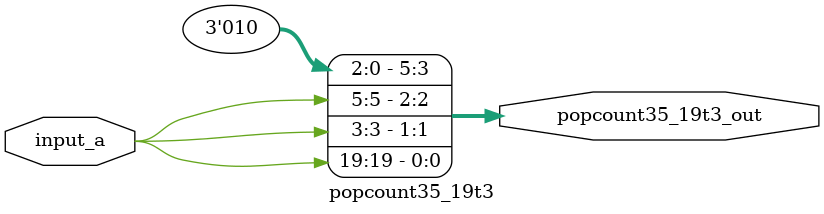
<source format=v>

module popcount35_19t3(input [34:0] input_a, output [5:0] popcount35_19t3_out);
  wire popcount35_19t3_core_037;
  wire popcount35_19t3_core_038;
  wire popcount35_19t3_core_039;
  wire popcount35_19t3_core_040;
  wire popcount35_19t3_core_041;
  wire popcount35_19t3_core_042;
  wire popcount35_19t3_core_043_not;
  wire popcount35_19t3_core_044;
  wire popcount35_19t3_core_047;
  wire popcount35_19t3_core_049;
  wire popcount35_19t3_core_050;
  wire popcount35_19t3_core_051;
  wire popcount35_19t3_core_052;
  wire popcount35_19t3_core_055;
  wire popcount35_19t3_core_057;
  wire popcount35_19t3_core_060;
  wire popcount35_19t3_core_061;
  wire popcount35_19t3_core_065;
  wire popcount35_19t3_core_066;
  wire popcount35_19t3_core_067;
  wire popcount35_19t3_core_069;
  wire popcount35_19t3_core_070;
  wire popcount35_19t3_core_071;
  wire popcount35_19t3_core_073;
  wire popcount35_19t3_core_074_not;
  wire popcount35_19t3_core_075;
  wire popcount35_19t3_core_076;
  wire popcount35_19t3_core_077;
  wire popcount35_19t3_core_079;
  wire popcount35_19t3_core_082;
  wire popcount35_19t3_core_083;
  wire popcount35_19t3_core_085;
  wire popcount35_19t3_core_089;
  wire popcount35_19t3_core_090;
  wire popcount35_19t3_core_091;
  wire popcount35_19t3_core_093;
  wire popcount35_19t3_core_094;
  wire popcount35_19t3_core_095;
  wire popcount35_19t3_core_096;
  wire popcount35_19t3_core_097;
  wire popcount35_19t3_core_103;
  wire popcount35_19t3_core_104;
  wire popcount35_19t3_core_105;
  wire popcount35_19t3_core_106;
  wire popcount35_19t3_core_107;
  wire popcount35_19t3_core_108;
  wire popcount35_19t3_core_109_not;
  wire popcount35_19t3_core_110;
  wire popcount35_19t3_core_111;
  wire popcount35_19t3_core_112;
  wire popcount35_19t3_core_113;
  wire popcount35_19t3_core_114;
  wire popcount35_19t3_core_117;
  wire popcount35_19t3_core_118;
  wire popcount35_19t3_core_119;
  wire popcount35_19t3_core_120;
  wire popcount35_19t3_core_121;
  wire popcount35_19t3_core_122;
  wire popcount35_19t3_core_123;
  wire popcount35_19t3_core_124;
  wire popcount35_19t3_core_125;
  wire popcount35_19t3_core_126;
  wire popcount35_19t3_core_127;
  wire popcount35_19t3_core_129;
  wire popcount35_19t3_core_130;
  wire popcount35_19t3_core_131;
  wire popcount35_19t3_core_132;
  wire popcount35_19t3_core_133;
  wire popcount35_19t3_core_134;
  wire popcount35_19t3_core_135;
  wire popcount35_19t3_core_136;
  wire popcount35_19t3_core_137;
  wire popcount35_19t3_core_139;
  wire popcount35_19t3_core_140;
  wire popcount35_19t3_core_141;
  wire popcount35_19t3_core_143;
  wire popcount35_19t3_core_145;
  wire popcount35_19t3_core_148;
  wire popcount35_19t3_core_152;
  wire popcount35_19t3_core_153;
  wire popcount35_19t3_core_156;
  wire popcount35_19t3_core_157;
  wire popcount35_19t3_core_158;
  wire popcount35_19t3_core_161;
  wire popcount35_19t3_core_162;
  wire popcount35_19t3_core_163;
  wire popcount35_19t3_core_165;
  wire popcount35_19t3_core_167;
  wire popcount35_19t3_core_168;
  wire popcount35_19t3_core_171;
  wire popcount35_19t3_core_174;
  wire popcount35_19t3_core_175;
  wire popcount35_19t3_core_177;
  wire popcount35_19t3_core_178;
  wire popcount35_19t3_core_179;
  wire popcount35_19t3_core_180;
  wire popcount35_19t3_core_181;
  wire popcount35_19t3_core_182;
  wire popcount35_19t3_core_183;
  wire popcount35_19t3_core_184;
  wire popcount35_19t3_core_185;
  wire popcount35_19t3_core_187;
  wire popcount35_19t3_core_191;
  wire popcount35_19t3_core_192;
  wire popcount35_19t3_core_193;
  wire popcount35_19t3_core_195;
  wire popcount35_19t3_core_196;
  wire popcount35_19t3_core_197;
  wire popcount35_19t3_core_199;
  wire popcount35_19t3_core_200;
  wire popcount35_19t3_core_201;
  wire popcount35_19t3_core_203;
  wire popcount35_19t3_core_204;
  wire popcount35_19t3_core_205;
  wire popcount35_19t3_core_208;
  wire popcount35_19t3_core_209_not;
  wire popcount35_19t3_core_210;
  wire popcount35_19t3_core_211;
  wire popcount35_19t3_core_213;
  wire popcount35_19t3_core_214;
  wire popcount35_19t3_core_215;
  wire popcount35_19t3_core_216;
  wire popcount35_19t3_core_218;
  wire popcount35_19t3_core_223;
  wire popcount35_19t3_core_224;
  wire popcount35_19t3_core_225;
  wire popcount35_19t3_core_226;
  wire popcount35_19t3_core_227;
  wire popcount35_19t3_core_228;
  wire popcount35_19t3_core_233;
  wire popcount35_19t3_core_236;
  wire popcount35_19t3_core_237;
  wire popcount35_19t3_core_239;
  wire popcount35_19t3_core_240;
  wire popcount35_19t3_core_243;
  wire popcount35_19t3_core_244;
  wire popcount35_19t3_core_245;
  wire popcount35_19t3_core_249;
  wire popcount35_19t3_core_250;
  wire popcount35_19t3_core_252;
  wire popcount35_19t3_core_253;
  wire popcount35_19t3_core_254;
  wire popcount35_19t3_core_256;
  wire popcount35_19t3_core_257;
  wire popcount35_19t3_core_258;
  wire popcount35_19t3_core_262;
  wire popcount35_19t3_core_263;
  wire popcount35_19t3_core_264;

  assign popcount35_19t3_core_037 = ~(input_a[27] | input_a[2]);
  assign popcount35_19t3_core_038 = input_a[0] | input_a[8];
  assign popcount35_19t3_core_039 = ~(input_a[21] | input_a[3]);
  assign popcount35_19t3_core_040 = input_a[31] & input_a[18];
  assign popcount35_19t3_core_041 = ~(input_a[13] | input_a[18]);
  assign popcount35_19t3_core_042 = input_a[2] | input_a[5];
  assign popcount35_19t3_core_043_not = ~input_a[11];
  assign popcount35_19t3_core_044 = input_a[15] ^ input_a[29];
  assign popcount35_19t3_core_047 = input_a[20] | input_a[8];
  assign popcount35_19t3_core_049 = ~input_a[33];
  assign popcount35_19t3_core_050 = ~input_a[8];
  assign popcount35_19t3_core_051 = ~input_a[7];
  assign popcount35_19t3_core_052 = input_a[27] ^ input_a[23];
  assign popcount35_19t3_core_055 = ~(input_a[6] & input_a[18]);
  assign popcount35_19t3_core_057 = ~(input_a[9] | input_a[24]);
  assign popcount35_19t3_core_060 = ~(input_a[32] ^ input_a[12]);
  assign popcount35_19t3_core_061 = ~input_a[9];
  assign popcount35_19t3_core_065 = ~input_a[6];
  assign popcount35_19t3_core_066 = input_a[5] & input_a[15];
  assign popcount35_19t3_core_067 = ~(input_a[10] | input_a[4]);
  assign popcount35_19t3_core_069 = input_a[9] & input_a[15];
  assign popcount35_19t3_core_070 = ~input_a[16];
  assign popcount35_19t3_core_071 = ~(input_a[23] | input_a[32]);
  assign popcount35_19t3_core_073 = ~input_a[32];
  assign popcount35_19t3_core_074_not = ~input_a[2];
  assign popcount35_19t3_core_075 = ~(input_a[29] ^ input_a[14]);
  assign popcount35_19t3_core_076 = input_a[31] & input_a[11];
  assign popcount35_19t3_core_077 = input_a[10] | input_a[22];
  assign popcount35_19t3_core_079 = ~input_a[19];
  assign popcount35_19t3_core_082 = ~(input_a[1] | input_a[6]);
  assign popcount35_19t3_core_083 = ~(input_a[19] ^ input_a[16]);
  assign popcount35_19t3_core_085 = ~(input_a[3] & input_a[19]);
  assign popcount35_19t3_core_089 = ~(input_a[33] & input_a[8]);
  assign popcount35_19t3_core_090 = ~input_a[32];
  assign popcount35_19t3_core_091 = ~(input_a[30] | input_a[30]);
  assign popcount35_19t3_core_093 = ~(input_a[0] | input_a[24]);
  assign popcount35_19t3_core_094 = input_a[1] & input_a[25];
  assign popcount35_19t3_core_095 = input_a[23] & input_a[17];
  assign popcount35_19t3_core_096 = input_a[28] | input_a[32];
  assign popcount35_19t3_core_097 = input_a[2] ^ input_a[30];
  assign popcount35_19t3_core_103 = ~(input_a[34] | input_a[14]);
  assign popcount35_19t3_core_104 = ~(input_a[9] ^ input_a[28]);
  assign popcount35_19t3_core_105 = ~(input_a[1] | input_a[33]);
  assign popcount35_19t3_core_106 = ~(input_a[31] & input_a[20]);
  assign popcount35_19t3_core_107 = ~(input_a[29] & input_a[18]);
  assign popcount35_19t3_core_108 = input_a[1] ^ input_a[15];
  assign popcount35_19t3_core_109_not = ~input_a[23];
  assign popcount35_19t3_core_110 = ~input_a[23];
  assign popcount35_19t3_core_111 = ~(input_a[27] ^ input_a[21]);
  assign popcount35_19t3_core_112 = ~input_a[21];
  assign popcount35_19t3_core_113 = input_a[27] & input_a[31];
  assign popcount35_19t3_core_114 = input_a[20] | input_a[3];
  assign popcount35_19t3_core_117 = input_a[16] | input_a[20];
  assign popcount35_19t3_core_118 = input_a[31] ^ input_a[25];
  assign popcount35_19t3_core_119 = ~(input_a[34] | input_a[32]);
  assign popcount35_19t3_core_120 = ~(input_a[10] ^ input_a[11]);
  assign popcount35_19t3_core_121 = ~(input_a[10] & input_a[8]);
  assign popcount35_19t3_core_122 = ~input_a[30];
  assign popcount35_19t3_core_123 = input_a[14] | input_a[9];
  assign popcount35_19t3_core_124 = ~input_a[10];
  assign popcount35_19t3_core_125 = input_a[19] | input_a[12];
  assign popcount35_19t3_core_126 = ~(input_a[6] ^ input_a[30]);
  assign popcount35_19t3_core_127 = input_a[30] & input_a[14];
  assign popcount35_19t3_core_129 = ~(input_a[11] | input_a[33]);
  assign popcount35_19t3_core_130 = ~input_a[13];
  assign popcount35_19t3_core_131 = input_a[20] | input_a[21];
  assign popcount35_19t3_core_132 = input_a[4] & input_a[5];
  assign popcount35_19t3_core_133 = input_a[9] ^ input_a[15];
  assign popcount35_19t3_core_134 = ~(input_a[16] & input_a[19]);
  assign popcount35_19t3_core_135 = ~input_a[4];
  assign popcount35_19t3_core_136 = ~(input_a[6] | input_a[17]);
  assign popcount35_19t3_core_137 = ~(input_a[20] & input_a[5]);
  assign popcount35_19t3_core_139 = ~(input_a[23] & input_a[24]);
  assign popcount35_19t3_core_140 = ~(input_a[25] | input_a[2]);
  assign popcount35_19t3_core_141 = input_a[11] & input_a[33];
  assign popcount35_19t3_core_143 = input_a[6] ^ input_a[17];
  assign popcount35_19t3_core_145 = input_a[31] & input_a[22];
  assign popcount35_19t3_core_148 = ~(input_a[25] | input_a[4]);
  assign popcount35_19t3_core_152 = input_a[10] | input_a[31];
  assign popcount35_19t3_core_153 = ~(input_a[4] ^ input_a[17]);
  assign popcount35_19t3_core_156 = ~input_a[7];
  assign popcount35_19t3_core_157 = input_a[25] | input_a[31];
  assign popcount35_19t3_core_158 = ~(input_a[13] ^ input_a[7]);
  assign popcount35_19t3_core_161 = ~(input_a[34] ^ input_a[26]);
  assign popcount35_19t3_core_162 = ~(input_a[18] & input_a[24]);
  assign popcount35_19t3_core_163 = ~(input_a[22] ^ input_a[24]);
  assign popcount35_19t3_core_165 = ~(input_a[7] & input_a[33]);
  assign popcount35_19t3_core_167 = ~(input_a[29] & input_a[3]);
  assign popcount35_19t3_core_168 = ~(input_a[22] ^ input_a[26]);
  assign popcount35_19t3_core_171 = ~(input_a[34] ^ input_a[29]);
  assign popcount35_19t3_core_174 = ~(input_a[6] & input_a[24]);
  assign popcount35_19t3_core_175 = ~(input_a[1] | input_a[21]);
  assign popcount35_19t3_core_177 = input_a[33] & input_a[9];
  assign popcount35_19t3_core_178 = ~input_a[14];
  assign popcount35_19t3_core_179 = input_a[15] ^ input_a[25];
  assign popcount35_19t3_core_180 = ~input_a[7];
  assign popcount35_19t3_core_181 = ~input_a[14];
  assign popcount35_19t3_core_182 = ~(input_a[6] | input_a[11]);
  assign popcount35_19t3_core_183 = ~(input_a[19] & input_a[5]);
  assign popcount35_19t3_core_184 = ~(input_a[14] & input_a[18]);
  assign popcount35_19t3_core_185 = ~(input_a[10] | input_a[21]);
  assign popcount35_19t3_core_187 = input_a[0] & input_a[5];
  assign popcount35_19t3_core_191 = input_a[16] ^ input_a[28];
  assign popcount35_19t3_core_192 = ~(input_a[28] & input_a[8]);
  assign popcount35_19t3_core_193 = ~(input_a[29] & input_a[7]);
  assign popcount35_19t3_core_195 = input_a[27] & input_a[17];
  assign popcount35_19t3_core_196 = input_a[7] | input_a[21];
  assign popcount35_19t3_core_197 = ~(input_a[13] & input_a[24]);
  assign popcount35_19t3_core_199 = input_a[6] & input_a[24];
  assign popcount35_19t3_core_200 = ~(input_a[14] | input_a[0]);
  assign popcount35_19t3_core_201 = input_a[1] | input_a[6];
  assign popcount35_19t3_core_203 = input_a[34] & input_a[20];
  assign popcount35_19t3_core_204 = input_a[27] | input_a[25];
  assign popcount35_19t3_core_205 = ~input_a[34];
  assign popcount35_19t3_core_208 = ~(input_a[6] & input_a[25]);
  assign popcount35_19t3_core_209_not = ~input_a[10];
  assign popcount35_19t3_core_210 = input_a[11] | input_a[28];
  assign popcount35_19t3_core_211 = ~(input_a[4] | input_a[23]);
  assign popcount35_19t3_core_213 = input_a[6] & input_a[13];
  assign popcount35_19t3_core_214 = ~input_a[34];
  assign popcount35_19t3_core_215 = input_a[3] & input_a[9];
  assign popcount35_19t3_core_216 = ~(input_a[4] & input_a[9]);
  assign popcount35_19t3_core_218 = input_a[15] & input_a[20];
  assign popcount35_19t3_core_223 = ~(input_a[1] | input_a[8]);
  assign popcount35_19t3_core_224 = input_a[10] ^ input_a[1];
  assign popcount35_19t3_core_225 = input_a[23] | input_a[27];
  assign popcount35_19t3_core_226 = ~(input_a[13] ^ input_a[28]);
  assign popcount35_19t3_core_227 = ~(input_a[30] ^ input_a[25]);
  assign popcount35_19t3_core_228 = input_a[5] & input_a[15];
  assign popcount35_19t3_core_233 = ~(input_a[10] | input_a[22]);
  assign popcount35_19t3_core_236 = ~(input_a[33] | input_a[28]);
  assign popcount35_19t3_core_237 = ~input_a[8];
  assign popcount35_19t3_core_239 = ~(input_a[7] & input_a[23]);
  assign popcount35_19t3_core_240 = ~(input_a[8] | input_a[34]);
  assign popcount35_19t3_core_243 = ~(input_a[20] | input_a[6]);
  assign popcount35_19t3_core_244 = ~input_a[3];
  assign popcount35_19t3_core_245 = input_a[31] ^ input_a[17];
  assign popcount35_19t3_core_249 = ~(input_a[2] | input_a[15]);
  assign popcount35_19t3_core_250 = input_a[0] ^ input_a[11];
  assign popcount35_19t3_core_252 = input_a[24] | input_a[16];
  assign popcount35_19t3_core_253 = ~(input_a[34] | input_a[31]);
  assign popcount35_19t3_core_254 = input_a[13] | input_a[30];
  assign popcount35_19t3_core_256 = ~input_a[22];
  assign popcount35_19t3_core_257 = ~(input_a[13] | input_a[13]);
  assign popcount35_19t3_core_258 = input_a[1] | input_a[14];
  assign popcount35_19t3_core_262 = ~(input_a[18] | input_a[21]);
  assign popcount35_19t3_core_263 = ~input_a[25];
  assign popcount35_19t3_core_264 = input_a[3] & input_a[17];

  assign popcount35_19t3_out[0] = input_a[19];
  assign popcount35_19t3_out[1] = input_a[3];
  assign popcount35_19t3_out[2] = input_a[5];
  assign popcount35_19t3_out[3] = 1'b0;
  assign popcount35_19t3_out[4] = 1'b1;
  assign popcount35_19t3_out[5] = 1'b0;
endmodule
</source>
